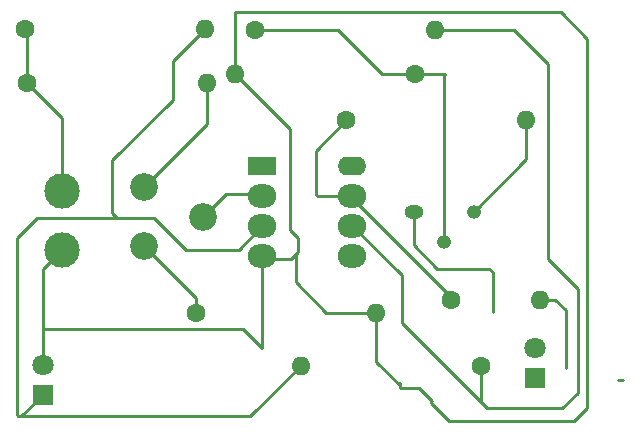
<source format=gbr>
%TF.GenerationSoftware,KiCad,Pcbnew,(5.1.9)-1*%
%TF.CreationDate,2021-09-10T18:26:04+00:00*%
%TF.ProjectId,interrupteur_crepusculaire_led,696e7465-7272-4757-9074-6575725f6372,rev?*%
%TF.SameCoordinates,Original*%
%TF.FileFunction,Copper,L2,Bot*%
%TF.FilePolarity,Positive*%
%FSLAX46Y46*%
G04 Gerber Fmt 4.6, Leading zero omitted, Abs format (unit mm)*
G04 Created by KiCad (PCBNEW (5.1.9)-1) date 2021-09-10 18:26:04*
%MOMM*%
%LPD*%
G01*
G04 APERTURE LIST*
%TA.AperFunction,ComponentPad*%
%ADD10C,1.600000*%
%TD*%
%TA.AperFunction,ComponentPad*%
%ADD11O,1.600000X1.600000*%
%TD*%
%TA.AperFunction,ComponentPad*%
%ADD12C,1.800000*%
%TD*%
%TA.AperFunction,ComponentPad*%
%ADD13R,1.800000X1.800000*%
%TD*%
%TA.AperFunction,ComponentPad*%
%ADD14C,3.000000*%
%TD*%
%TA.AperFunction,ComponentPad*%
%ADD15O,1.600000X1.200000*%
%TD*%
%TA.AperFunction,ComponentPad*%
%ADD16O,1.200000X1.200000*%
%TD*%
%TA.AperFunction,ComponentPad*%
%ADD17C,2.340000*%
%TD*%
%TA.AperFunction,ComponentPad*%
%ADD18R,2.400000X1.600000*%
%TD*%
%TA.AperFunction,ComponentPad*%
%ADD19O,2.400000X2.000000*%
%TD*%
%TA.AperFunction,ComponentPad*%
%ADD20O,2.400000X1.600000*%
%TD*%
%TA.AperFunction,Conductor*%
%ADD21C,0.250000*%
%TD*%
G04 APERTURE END LIST*
D10*
%TO.P,R5,1*%
%TO.N,Net-(R5-Pad1)*%
X140200000Y-120700000D03*
D11*
%TO.P,R5,2*%
%TO.N,Net-(R1-Pad2)*%
X124960000Y-120700000D03*
%TD*%
D10*
%TO.P,C1,1*%
%TO.N,VCC*%
X137700000Y-115100000D03*
D11*
%TO.P,C1,2*%
%TO.N,GND*%
X145200000Y-115100000D03*
%TD*%
D12*
%TO.P,D1,2*%
%TO.N,Net-(D1-Pad2)*%
X144800000Y-119160000D03*
D13*
%TO.P,D1,1*%
%TO.N,GND*%
X144800000Y-121700000D03*
%TD*%
D14*
%TO.P,J1,1*%
%TO.N,VCC*%
X104700000Y-105900000D03*
%TO.P,J1,2*%
%TO.N,GND*%
X104700000Y-110900000D03*
%TD*%
D15*
%TO.P,Q1,1*%
%TO.N,Net-(D1-Pad2)*%
X134500000Y-107700000D03*
D16*
%TO.P,Q1,2*%
%TO.N,Net-(Q1-Pad2)*%
X137040000Y-110240000D03*
%TO.P,Q1,3*%
%TO.N,Net-(Q1-Pad3)*%
X139580000Y-107700000D03*
%TD*%
D10*
%TO.P,R1,1*%
%TO.N,VCC*%
X101600000Y-92200000D03*
D11*
%TO.P,R1,2*%
%TO.N,Net-(R1-Pad2)*%
X116840000Y-92200000D03*
%TD*%
D13*
%TO.P,R2,1*%
%TO.N,Net-(R1-Pad2)*%
X103100000Y-123140000D03*
D12*
%TO.P,R2,2*%
%TO.N,GND*%
X103100000Y-120600000D03*
%TD*%
D10*
%TO.P,R3,1*%
%TO.N,VCC*%
X101800000Y-96800000D03*
D11*
%TO.P,R3,2*%
%TO.N,Net-(R3-Pad2)*%
X117040000Y-96800000D03*
%TD*%
%TO.P,R4,2*%
%TO.N,GND*%
X131340000Y-116200000D03*
D10*
%TO.P,R4,1*%
%TO.N,Net-(R4-Pad1)*%
X116100000Y-116200000D03*
%TD*%
D11*
%TO.P,R6,2*%
%TO.N,Net-(R5-Pad1)*%
X136340000Y-92300000D03*
D10*
%TO.P,R6,1*%
%TO.N,Net-(Q1-Pad2)*%
X121100000Y-92300000D03*
%TD*%
D11*
%TO.P,R7,2*%
%TO.N,GND*%
X119360000Y-96000000D03*
D10*
%TO.P,R7,1*%
%TO.N,Net-(Q1-Pad2)*%
X134600000Y-96000000D03*
%TD*%
%TO.P,R8,1*%
%TO.N,VCC*%
X128800000Y-99900000D03*
D11*
%TO.P,R8,2*%
%TO.N,Net-(Q1-Pad3)*%
X144040000Y-99900000D03*
%TD*%
D17*
%TO.P,RV1,3*%
%TO.N,Net-(R4-Pad1)*%
X111700000Y-110600000D03*
%TO.P,RV1,2*%
%TO.N,Net-(RV1-Pad2)*%
X116700000Y-108100000D03*
%TO.P,RV1,1*%
%TO.N,Net-(R3-Pad2)*%
X111700000Y-105600000D03*
%TD*%
D18*
%TO.P,U1,1*%
%TO.N,Net-(U1-Pad1)*%
X121700000Y-103800000D03*
D19*
%TO.P,U1,5*%
%TO.N,Net-(U1-Pad5)*%
X129320000Y-111420000D03*
%TO.P,U1,2*%
%TO.N,Net-(RV1-Pad2)*%
X121700000Y-106340000D03*
%TO.P,U1,6*%
%TO.N,Net-(R5-Pad1)*%
X129320000Y-108880000D03*
%TO.P,U1,3*%
%TO.N,Net-(R1-Pad2)*%
X121700000Y-108880000D03*
%TO.P,U1,7*%
%TO.N,VCC*%
X129320000Y-106340000D03*
%TO.P,U1,4*%
%TO.N,GND*%
X121700000Y-111420000D03*
D20*
%TO.P,U1,8*%
%TO.N,Net-(U1-Pad8)*%
X129320000Y-103800000D03*
%TD*%
D21*
%TO.N,*%
X151800000Y-121900000D02*
X152200000Y-121900000D01*
%TO.N,VCC*%
X104700000Y-99700000D02*
X101800000Y-96800000D01*
X104700000Y-105900000D02*
X104700000Y-99700000D01*
X101800000Y-92400000D02*
X101600000Y-92200000D01*
X101800000Y-96800000D02*
X101800000Y-92400000D01*
X129320000Y-106340000D02*
X126340000Y-106340000D01*
X126340000Y-106340000D02*
X126200000Y-106200000D01*
X126200000Y-102500000D02*
X128800000Y-99900000D01*
X126200000Y-106200000D02*
X126200000Y-102500000D01*
X129320000Y-106340000D02*
X129320000Y-106520000D01*
X137700000Y-114900000D02*
X137700000Y-115100000D01*
X129320000Y-106520000D02*
X137700000Y-114900000D01*
%TO.N,GND*%
X103100000Y-112500000D02*
X104700000Y-110900000D01*
X119360000Y-96000000D02*
X124000000Y-100640000D01*
X121700000Y-111420000D02*
X122620000Y-111420000D01*
X133340000Y-122600000D02*
X135000000Y-122600000D01*
X135000000Y-122600000D02*
X135200000Y-122800000D01*
X121700000Y-111420000D02*
X121700000Y-119200000D01*
X120100000Y-117600000D02*
X103100000Y-117600000D01*
X121700000Y-119200000D02*
X120100000Y-117600000D01*
X103100000Y-117600000D02*
X103100000Y-112500000D01*
X103100000Y-120600000D02*
X103100000Y-117600000D01*
X121700000Y-111420000D02*
X121700000Y-111200000D01*
X121700000Y-111200000D02*
X122200000Y-111700000D01*
X122200000Y-111700000D02*
X124100000Y-111700000D01*
X124700000Y-111100000D02*
X124700000Y-109900000D01*
X124000000Y-108900000D02*
X124000000Y-109200000D01*
X124000000Y-100640000D02*
X124000000Y-108900000D01*
X124000000Y-109200000D02*
X124700000Y-109900000D01*
X124000000Y-108900000D02*
X124000000Y-109120000D01*
X124550000Y-111250000D02*
X124550000Y-113650000D01*
X124100000Y-111700000D02*
X124550000Y-111250000D01*
X124550000Y-111250000D02*
X124700000Y-111100000D01*
X127100000Y-116200000D02*
X131340000Y-116200000D01*
X124550000Y-113650000D02*
X127100000Y-116200000D01*
X131340000Y-120360000D02*
X133340000Y-122360000D01*
X131340000Y-116200000D02*
X131340000Y-120360000D01*
X133340000Y-122360000D02*
X133340000Y-122600000D01*
X133340000Y-122140000D02*
X133340000Y-122360000D01*
X145200000Y-115100000D02*
X146500000Y-115100000D01*
X147400000Y-116000000D02*
X147400000Y-120900000D01*
X146500000Y-115100000D02*
X147400000Y-116000000D01*
X135200000Y-122800000D02*
X136000000Y-123600000D01*
X136000000Y-123600000D02*
X136100000Y-123700000D01*
X149200000Y-124300000D02*
X149200000Y-93000000D01*
X146960000Y-90760000D02*
X119360000Y-90760000D01*
X148100000Y-125400000D02*
X149200000Y-124300000D01*
X137500000Y-125400000D02*
X148100000Y-125400000D01*
X119360000Y-90760000D02*
X119360000Y-96000000D01*
X136000000Y-123900000D02*
X137500000Y-125400000D01*
X149200000Y-93000000D02*
X146960000Y-90760000D01*
X136000000Y-123600000D02*
X136000000Y-123900000D01*
%TO.N,Net-(D1-Pad2)*%
X134500000Y-107700000D02*
X134500000Y-110500000D01*
X134500000Y-110500000D02*
X134600000Y-110600000D01*
X141200000Y-116160000D02*
X141200000Y-112800000D01*
X141200000Y-112800000D02*
X140900000Y-112500000D01*
X136500000Y-112500000D02*
X134500000Y-110500000D01*
X140900000Y-112500000D02*
X136500000Y-112500000D01*
%TO.N,Net-(Q1-Pad2)*%
X121100000Y-92300000D02*
X128100000Y-92300000D01*
X131800000Y-96000000D02*
X134600000Y-96000000D01*
X128100000Y-92300000D02*
X131800000Y-96000000D01*
X134600000Y-96000000D02*
X137200000Y-96000000D01*
X137040000Y-96160000D02*
X137040000Y-110240000D01*
X137200000Y-96000000D02*
X137040000Y-96160000D01*
%TO.N,Net-(Q1-Pad3)*%
X144040000Y-103240000D02*
X139580000Y-107700000D01*
X144040000Y-99900000D02*
X144040000Y-103240000D01*
%TO.N,Net-(R1-Pad2)*%
X116840000Y-92200000D02*
X114100000Y-94940000D01*
X114100000Y-94940000D02*
X114100000Y-98200000D01*
X114100000Y-98200000D02*
X109000000Y-103300000D01*
X109000000Y-103300000D02*
X109000000Y-107800000D01*
X109000000Y-107800000D02*
X109400000Y-108200000D01*
X109400000Y-108200000D02*
X112500000Y-108200000D01*
X112500000Y-108200000D02*
X115200000Y-110900000D01*
X119680000Y-110900000D02*
X121700000Y-108880000D01*
X115200000Y-110900000D02*
X119680000Y-110900000D01*
X109400000Y-108200000D02*
X102600000Y-108200000D01*
X102600000Y-108200000D02*
X100900000Y-109900000D01*
X100900000Y-109900000D02*
X100900000Y-124900000D01*
X100900000Y-124900000D02*
X101000000Y-125000000D01*
X101240000Y-125000000D02*
X103100000Y-123140000D01*
X101000000Y-125000000D02*
X101240000Y-125000000D01*
X120660000Y-125000000D02*
X124960000Y-120700000D01*
X101240000Y-125000000D02*
X120660000Y-125000000D01*
%TO.N,Net-(R3-Pad2)*%
X117040000Y-100260000D02*
X111700000Y-105600000D01*
X117040000Y-96800000D02*
X117040000Y-100260000D01*
%TO.N,Net-(R4-Pad1)*%
X116100000Y-115000000D02*
X116100000Y-116200000D01*
X111700000Y-110600000D02*
X116100000Y-115000000D01*
%TO.N,Net-(R5-Pad1)*%
X140200000Y-120700000D02*
X140200000Y-123600000D01*
X133500000Y-113060000D02*
X133500000Y-117100000D01*
X129320000Y-108880000D02*
X133500000Y-113060000D01*
X133500000Y-117100000D02*
X140700000Y-124300000D01*
X148400000Y-123000000D02*
X147100000Y-124300000D01*
X145849989Y-111649989D02*
X148400000Y-114200000D01*
X145849989Y-95186400D02*
X145849989Y-111649989D01*
X142963589Y-92300000D02*
X145849989Y-95186400D01*
X147100000Y-124300000D02*
X141000000Y-124300000D01*
X136340000Y-92300000D02*
X142963589Y-92300000D01*
X148400000Y-114200000D02*
X148400000Y-123000000D01*
X141000000Y-124300000D02*
X141200000Y-124300000D01*
X140700000Y-124300000D02*
X141000000Y-124300000D01*
%TO.N,Net-(RV1-Pad2)*%
X116700000Y-108100000D02*
X118600000Y-106200000D01*
X121560000Y-106200000D02*
X121700000Y-106340000D01*
X118600000Y-106200000D02*
X121560000Y-106200000D01*
%TD*%
M02*

</source>
